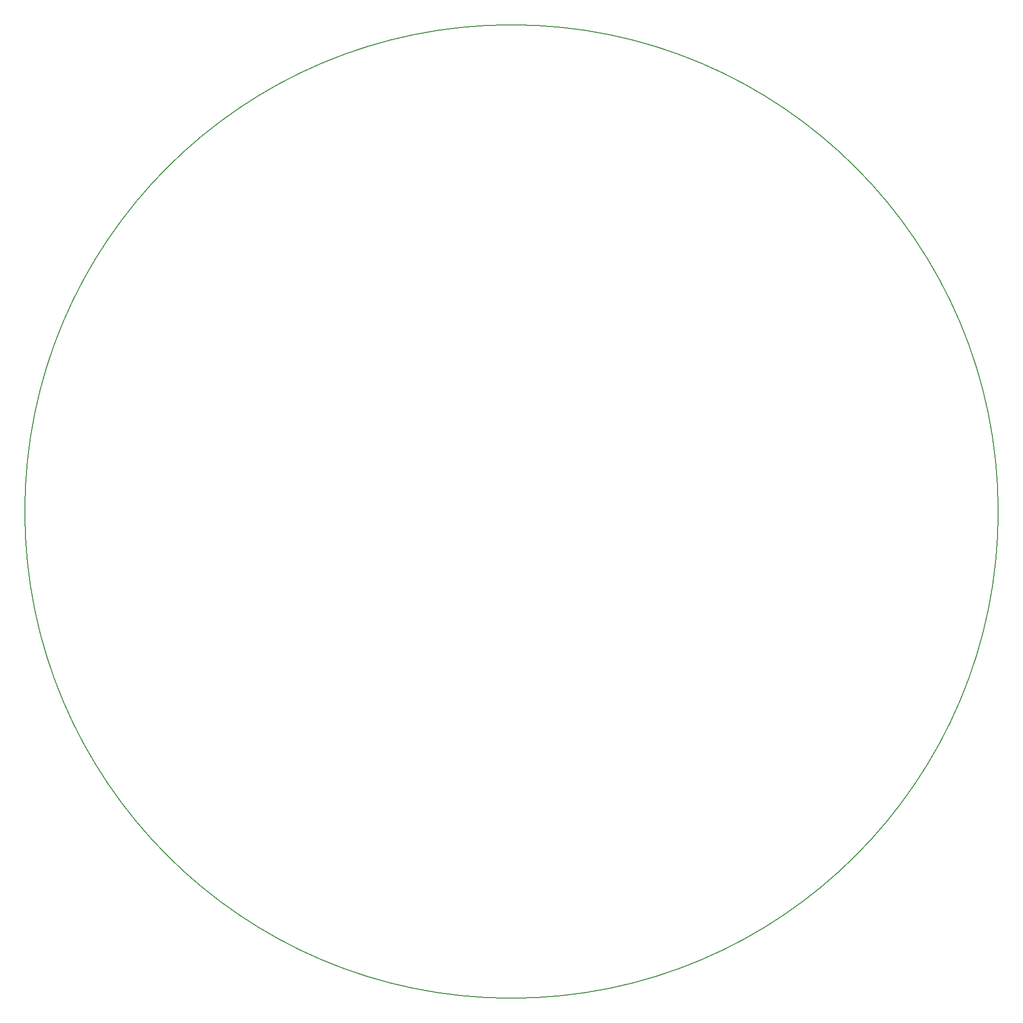
<source format=gm1>
%TF.GenerationSoftware,KiCad,Pcbnew,(5.1.9)-1*%
%TF.CreationDate,2021-12-08T11:08:53+09:00*%
%TF.ProjectId,GraSPIntBottom,47726153-5049-46e7-9442-6f74746f6d2e,rev?*%
%TF.SameCoordinates,Original*%
%TF.FileFunction,Profile,NP*%
%FSLAX46Y46*%
G04 Gerber Fmt 4.6, Leading zero omitted, Abs format (unit mm)*
G04 Created by KiCad (PCBNEW (5.1.9)-1) date 2021-12-08 11:08:53*
%MOMM*%
%LPD*%
G01*
G04 APERTURE LIST*
%TA.AperFunction,Profile*%
%ADD10C,0.150000*%
%TD*%
G04 APERTURE END LIST*
D10*
X185737500Y-95250000D02*
G75*
G03*
X185737500Y-95250000I-80962500J0D01*
G01*
M02*

</source>
